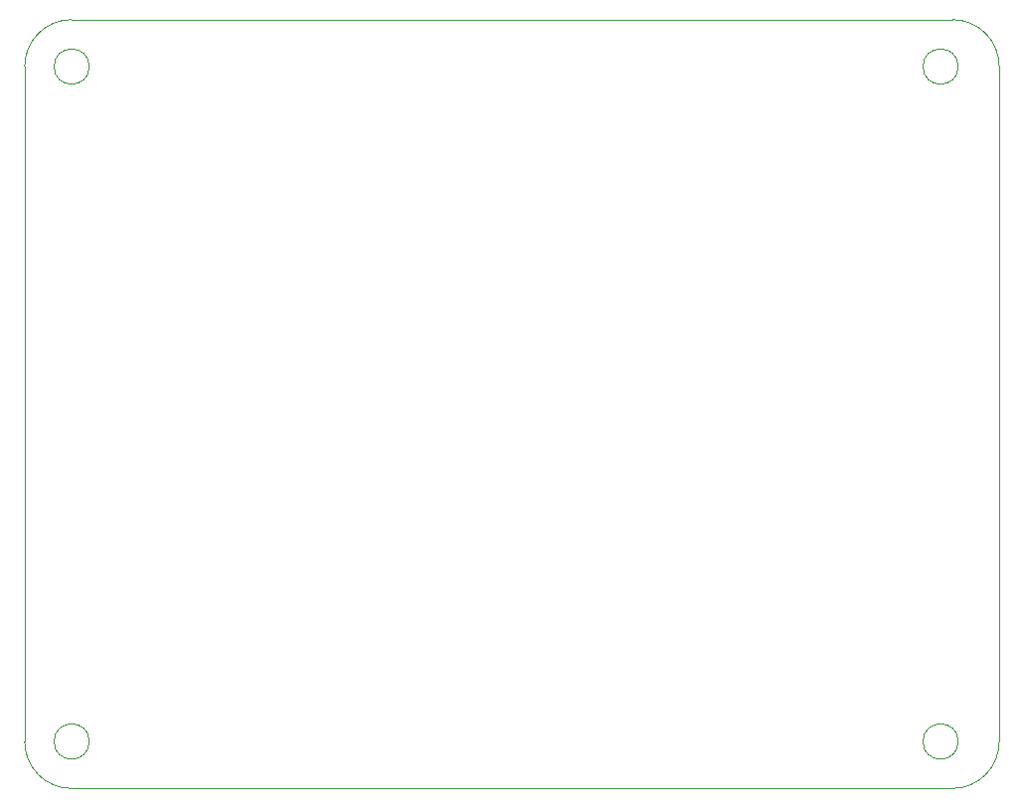
<source format=gm1>
%TF.GenerationSoftware,KiCad,Pcbnew,9.0.2*%
%TF.CreationDate,2025-07-21T22:11:42-06:00*%
%TF.ProjectId,Pico_H-bridge_complete,5069636f-5f48-42d6-9272-696467655f63,rev?*%
%TF.SameCoordinates,Original*%
%TF.FileFunction,Profile,NP*%
%FSLAX46Y46*%
G04 Gerber Fmt 4.6, Leading zero omitted, Abs format (unit mm)*
G04 Created by KiCad (PCBNEW 9.0.2) date 2025-07-21 22:11:42*
%MOMM*%
%LPD*%
G01*
G04 APERTURE LIST*
%TA.AperFunction,Profile*%
%ADD10C,0.050000*%
%TD*%
G04 APERTURE END LIST*
D10*
X87000000Y-120500000D02*
G75*
G02*
X83000000Y-116500000I0J4000000D01*
G01*
X162500000Y-59000000D02*
G75*
G02*
X159500000Y-59000000I-1500000J0D01*
G01*
X159500000Y-59000000D02*
G75*
G02*
X162500000Y-59000000I1500000J0D01*
G01*
X162500000Y-116500000D02*
G75*
G02*
X159500000Y-116500000I-1500000J0D01*
G01*
X159500000Y-116500000D02*
G75*
G02*
X162500000Y-116500000I1500000J0D01*
G01*
X87000000Y-120500000D02*
X162000000Y-120500000D01*
X162000000Y-55000000D02*
G75*
G02*
X166000000Y-59000000I0J-4000000D01*
G01*
X83000000Y-59000000D02*
G75*
G02*
X87000000Y-55000000I4000000J0D01*
G01*
X83000000Y-59000000D02*
X83000000Y-116500000D01*
X88500000Y-116500000D02*
G75*
G02*
X85500000Y-116500000I-1500000J0D01*
G01*
X85500000Y-116500000D02*
G75*
G02*
X88500000Y-116500000I1500000J0D01*
G01*
X162000000Y-55000000D02*
X87000000Y-55000000D01*
X166000000Y-116500000D02*
G75*
G02*
X162000000Y-120500000I-4000000J0D01*
G01*
X166000000Y-59000000D02*
X166000000Y-116500000D01*
X88500000Y-59000000D02*
G75*
G02*
X85500000Y-59000000I-1500000J0D01*
G01*
X85500000Y-59000000D02*
G75*
G02*
X88500000Y-59000000I1500000J0D01*
G01*
M02*

</source>
